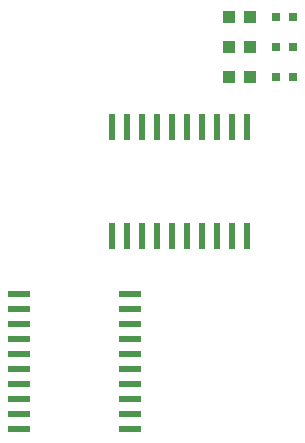
<source format=gbr>
G04 EAGLE Gerber X2 export*
%TF.Part,Single*%
%TF.FileFunction,Paste,Top*%
%TF.FilePolarity,Positive*%
%TF.GenerationSoftware,Autodesk,EAGLE,9.1.0*%
%TF.CreationDate,2018-11-27T18:12:10Z*%
G75*
%MOMM*%
%FSLAX34Y34*%
%LPD*%
%AMOC8*
5,1,8,0,0,1.08239X$1,22.5*%
G01*
%ADD10R,0.600000X2.200000*%
%ADD11R,1.981200X0.558800*%
%ADD12R,0.800000X0.800000*%
%ADD13R,1.000000X1.100000*%


D10*
X120650Y215300D03*
X196850Y307300D03*
X107950Y215300D03*
X133350Y215300D03*
X146050Y215300D03*
X184150Y307300D03*
X209550Y307300D03*
X222250Y307300D03*
X171450Y215300D03*
X209550Y215300D03*
X158750Y215300D03*
X184150Y215300D03*
X222250Y215300D03*
X196850Y215300D03*
X171450Y307300D03*
X158750Y307300D03*
X146050Y307300D03*
X133350Y307300D03*
X120650Y307300D03*
X107950Y307300D03*
D11*
X123190Y51750D03*
X123190Y64450D03*
X123190Y77150D03*
X123190Y89850D03*
X123190Y102550D03*
X123190Y115250D03*
X123190Y127950D03*
X123190Y140650D03*
X123190Y153350D03*
X123190Y166050D03*
X29210Y166050D03*
X29210Y153350D03*
X29210Y140650D03*
X29210Y127950D03*
X29210Y115250D03*
X29210Y102550D03*
X29210Y89850D03*
X29210Y77150D03*
X29210Y64450D03*
X29210Y51750D03*
D12*
X246500Y401000D03*
X261500Y401000D03*
X246500Y375600D03*
X261500Y375600D03*
D13*
X207400Y401000D03*
X224400Y401000D03*
X207400Y375600D03*
X224400Y375600D03*
D12*
X246500Y350200D03*
X261500Y350200D03*
D13*
X207400Y350200D03*
X224400Y350200D03*
M02*

</source>
